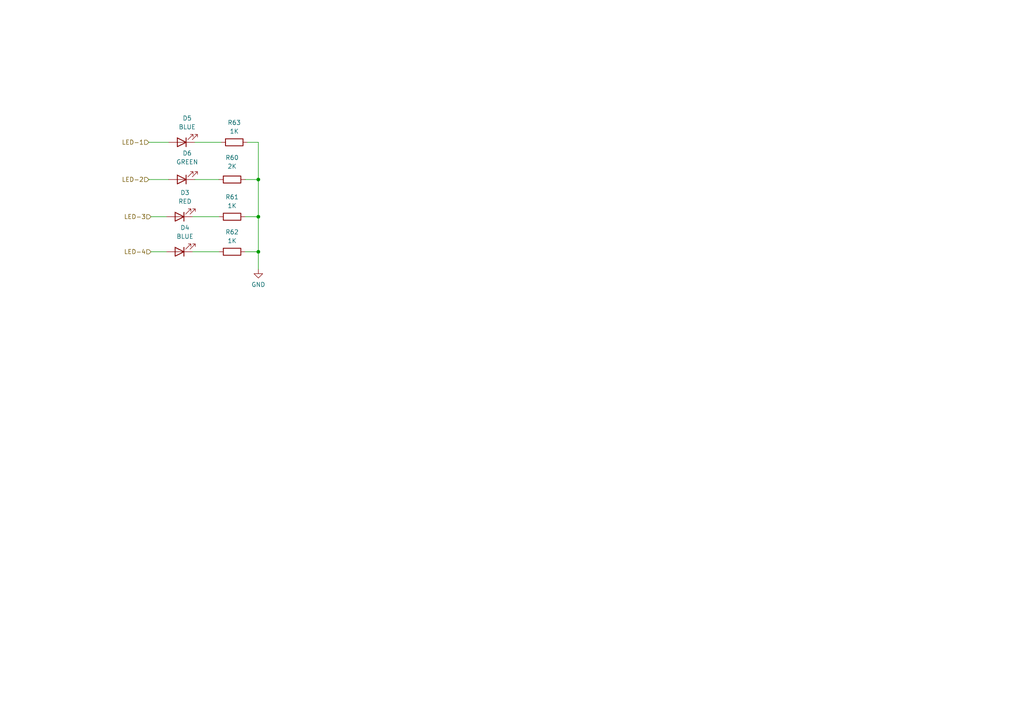
<source format=kicad_sch>
(kicad_sch (version 20231120) (generator "eeschema") (generator_version "8.0")
  (paper "A4")
  (lib_symbols
    (symbol "Device:LED" (pin_numbers hide) (pin_names (offset 1.016) hide)
      (property "Reference" "D" (at 0 2.54 0))
      (property "Value" "LED" (at 0 -2.54 0))
      (symbol "LED_0_1"
        (polyline (pts (xy -1.27 -1.27) (xy -1.27 1.27)) (stroke (width 0.254)))
        (polyline (pts (xy -1.27 0) (xy 1.27 0)))
        (polyline (pts (xy 1.27 -1.27) (xy 1.27 1.27) (xy -1.27 0) (xy 1.27 -1.27)) (stroke (width 0.254)))
        (polyline (pts (xy -3.048 -0.762) (xy -4.572 -2.286) (xy -3.81 -2.286) (xy -4.572 -2.286) (xy -4.572 -1.524)))
        (polyline (pts (xy -1.778 -0.762) (xy -3.302 -2.286) (xy -2.54 -2.286) (xy -3.302 -2.286) (xy -3.302 -1.524)))
      )
      (symbol "LED_1_1"
        (pin passive line (at -3.81 0 0) (length 2.54) (name "K") (number "1"))
        (pin passive line (at 3.81 0 180) (length 2.54) (name "A") (number "2"))
      )
    )
    (symbol "Device:R" (pin_numbers hide) (pin_names (offset 0))
      (property "Reference" "R" (at 2.032 0 90))
      (property "Value" "R" (at 0 0 90))
      (symbol "R_0_1"
        (rectangle (start -1.016 -2.54) (end 1.016 2.54) (stroke (width 0.254)))
      )
      (symbol "R_1_1"
        (pin passive line (at 0 3.81 270) (length 1.27) (name "~") (number "1"))
        (pin passive line (at 0 -3.81 90) (length 1.27) (name "~") (number "2"))
      )
    )
    (symbol "power:GND" (power) (pin_names (offset 0))
      (property "Value" "GND" (at 0 -3.81 0))
      (symbol "GND_0_1"
        (polyline (pts (xy 0 0) (xy 0 -1.27) (xy 1.27 -1.27) (xy 0 -2.54) (xy -1.27 -1.27) (xy 0 -1.27)))
      )
      (symbol "GND_1_1"
        (pin power_in line (at 0 0 270) (length 0) hide (name "GND") (number "1"))
      )
    )
  )
  (junction (at 74.93 62.865))
  (junction (at 74.93 52.07))
  (junction (at 74.93 73.025))
  (wire (pts (xy 74.93 73.025) (xy 74.93 78.105)))
  (wire (pts (xy 74.93 62.865) (xy 74.93 73.025)))
  (wire (pts (xy 43.18 52.07) (xy 48.895 52.07)))
  (wire (pts (xy 74.93 52.07) (xy 74.93 62.865)))
  (wire (pts (xy 71.755 41.275) (xy 74.93 41.275)))
  (wire (pts (xy 71.12 73.025) (xy 74.93 73.025)))
  (wire (pts (xy 56.515 41.275) (xy 64.135 41.275)))
  (wire (pts (xy 43.18 41.275) (xy 48.895 41.275)))
  (wire (pts (xy 43.815 62.865) (xy 48.26 62.865)))
  (wire (pts (xy 43.815 73.025) (xy 48.26 73.025)))
  (wire (pts (xy 71.12 52.07) (xy 74.93 52.07)))
  (wire (pts (xy 71.12 62.865) (xy 74.93 62.865)))
  (wire (pts (xy 56.515 52.07) (xy 63.5 52.07)))
  (wire (pts (xy 55.88 73.025) (xy 63.5 73.025)))
  (wire (pts (xy 55.88 62.865) (xy 63.5 62.865)))
  (wire (pts (xy 74.93 41.275) (xy 74.93 52.07)))
  (hierarchical_label "LED-1" (shape input) (at 43.18 41.275 180))
  (hierarchical_label "LED-3" (shape input) (at 43.815 62.865 180))
  (hierarchical_label "LED-2" (shape input) (at 43.18 52.07 180))
  (hierarchical_label "LED-4" (shape input) (at 43.815 73.025 180))
  (symbol (lib_id "power:GND") (at 74.93 78.105 0) (unit 1)
    (property "Reference" "#PWR0122" (effects (hide yes)))
    (property "Value" "GND" (at 74.93 82.55 0))
  )
  (symbol (lib_id "Device:LED") (at 52.07 73.025 180) (unit 1)
    (property "Reference" "D4" (at 53.6575 66.04 0))
    (property "Value" "BLUE" (at 53.6575 68.58 0))
    (property "Footprint" "LED_SMD:LED_0603_1608Metric" (effects (hide yes)))
  )
  (symbol (lib_id "Device:R") (at 67.31 52.07 90) (unit 1)
    (property "Reference" "R60" (at 67.31 45.72 90))
    (property "Value" "2K" (at 67.31 48.26 90))
    (property "Footprint" "Resistor_SMD:R_0402_1005Metric" (effects (hide yes)))
  )
  (symbol (lib_id "Device:R") (at 67.31 73.025 90) (unit 1)
    (property "Reference" "R62" (at 67.31 67.31 90))
    (property "Value" "1K" (at 67.31 69.85 90))
    (property "Footprint" "Resistor_SMD:R_0402_1005Metric" (effects (hide yes)))
  )
  (symbol (lib_id "Device:R") (at 67.945 41.275 90) (unit 1)
    (property "Reference" "R63" (at 67.945 35.56 90))
    (property "Value" "1K" (at 67.945 38.1 90))
    (property "Footprint" "Resistor_SMD:R_0402_1005Metric" (effects (hide yes)))
  )
  (symbol (lib_id "Device:LED") (at 52.705 52.07 180) (unit 1)
    (property "Reference" "D6" (at 54.2925 44.45 0))
    (property "Value" "GREEN" (at 54.2925 46.99 0))
    (property "Footprint" "LED_SMD:LED_0603_1608Metric" (effects (hide yes)))
  )
  (symbol (lib_id "Device:R") (at 67.31 62.865 90) (unit 1)
    (property "Reference" "R61" (at 67.31 57.15 90))
    (property "Value" "1K" (at 67.31 59.69 90))
    (property "Footprint" "Resistor_SMD:R_0402_1005Metric" (effects (hide yes)))
  )
  (symbol (lib_id "Device:LED") (at 52.07 62.865 180) (unit 1)
    (property "Reference" "D3" (at 53.6575 55.88 0))
    (property "Value" "RED" (at 53.6575 58.42 0))
    (property "Footprint" "LED_SMD:LED_0603_1608Metric" (effects (hide yes)))
  )
  (symbol (lib_id "Device:LED") (at 52.705 41.275 180) (unit 1)
    (property "Reference" "D5" (at 54.2925 34.29 0))
    (property "Value" "BLUE" (at 54.2925 36.83 0))
    (property "Footprint" "LED_SMD:LED_0603_1608Metric" (effects (hide yes)))
  )
)
</source>
